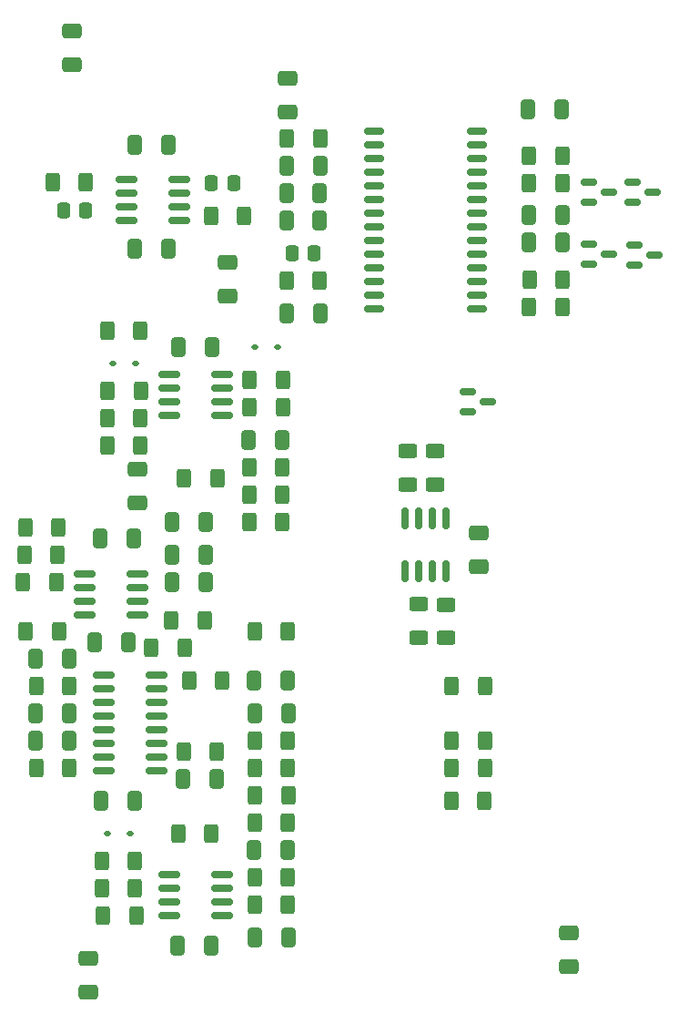
<source format=gtp>
G04 #@! TF.GenerationSoftware,KiCad,Pcbnew,7.0.5-7.0.5~ubuntu22.04.1*
G04 #@! TF.CreationDate,2023-06-28T11:52:20+02:00*
G04 #@! TF.ProjectId,AS3397_proto_SMS,41533333-3937-45f7-9072-6f746f5f534d,rev?*
G04 #@! TF.SameCoordinates,Original*
G04 #@! TF.FileFunction,Paste,Top*
G04 #@! TF.FilePolarity,Positive*
%FSLAX46Y46*%
G04 Gerber Fmt 4.6, Leading zero omitted, Abs format (unit mm)*
G04 Created by KiCad (PCBNEW 7.0.5-7.0.5~ubuntu22.04.1) date 2023-06-28 11:52:20*
%MOMM*%
%LPD*%
G01*
G04 APERTURE LIST*
G04 Aperture macros list*
%AMRoundRect*
0 Rectangle with rounded corners*
0 $1 Rounding radius*
0 $2 $3 $4 $5 $6 $7 $8 $9 X,Y pos of 4 corners*
0 Add a 4 corners polygon primitive as box body*
4,1,4,$2,$3,$4,$5,$6,$7,$8,$9,$2,$3,0*
0 Add four circle primitives for the rounded corners*
1,1,$1+$1,$2,$3*
1,1,$1+$1,$4,$5*
1,1,$1+$1,$6,$7*
1,1,$1+$1,$8,$9*
0 Add four rect primitives between the rounded corners*
20,1,$1+$1,$2,$3,$4,$5,0*
20,1,$1+$1,$4,$5,$6,$7,0*
20,1,$1+$1,$6,$7,$8,$9,0*
20,1,$1+$1,$8,$9,$2,$3,0*%
G04 Aperture macros list end*
%ADD10RoundRect,0.250000X-0.400000X-0.625000X0.400000X-0.625000X0.400000X0.625000X-0.400000X0.625000X0*%
%ADD11RoundRect,0.112500X0.187500X0.112500X-0.187500X0.112500X-0.187500X-0.112500X0.187500X-0.112500X0*%
%ADD12RoundRect,0.112500X-0.187500X-0.112500X0.187500X-0.112500X0.187500X0.112500X-0.187500X0.112500X0*%
%ADD13RoundRect,0.250000X-0.650000X0.412500X-0.650000X-0.412500X0.650000X-0.412500X0.650000X0.412500X0*%
%ADD14RoundRect,0.250000X0.650000X-0.412500X0.650000X0.412500X-0.650000X0.412500X-0.650000X-0.412500X0*%
%ADD15RoundRect,0.150000X-0.587500X-0.150000X0.587500X-0.150000X0.587500X0.150000X-0.587500X0.150000X0*%
%ADD16RoundRect,0.250000X0.412500X0.650000X-0.412500X0.650000X-0.412500X-0.650000X0.412500X-0.650000X0*%
%ADD17RoundRect,0.250000X-0.412500X-0.650000X0.412500X-0.650000X0.412500X0.650000X-0.412500X0.650000X0*%
%ADD18RoundRect,0.250000X0.400000X0.625000X-0.400000X0.625000X-0.400000X-0.625000X0.400000X-0.625000X0*%
%ADD19RoundRect,0.250000X0.337500X0.475000X-0.337500X0.475000X-0.337500X-0.475000X0.337500X-0.475000X0*%
%ADD20RoundRect,0.150000X0.825000X0.150000X-0.825000X0.150000X-0.825000X-0.150000X0.825000X-0.150000X0*%
%ADD21RoundRect,0.250000X-0.337500X-0.475000X0.337500X-0.475000X0.337500X0.475000X-0.337500X0.475000X0*%
%ADD22RoundRect,0.150000X0.750000X0.150000X-0.750000X0.150000X-0.750000X-0.150000X0.750000X-0.150000X0*%
%ADD23RoundRect,0.150000X-0.825000X-0.150000X0.825000X-0.150000X0.825000X0.150000X-0.825000X0.150000X0*%
%ADD24RoundRect,0.250000X0.625000X-0.400000X0.625000X0.400000X-0.625000X0.400000X-0.625000X-0.400000X0*%
%ADD25RoundRect,0.250000X-0.625000X0.400000X-0.625000X-0.400000X0.625000X-0.400000X0.625000X0.400000X0*%
%ADD26RoundRect,0.150000X-0.150000X0.825000X-0.150000X-0.825000X0.150000X-0.825000X0.150000X0.825000X0*%
G04 APERTURE END LIST*
D10*
X125450000Y-121920000D03*
X128550000Y-121920000D03*
D11*
X96082500Y-84328000D03*
X93982500Y-84328000D03*
D12*
X93474500Y-128016000D03*
X95574500Y-128016000D03*
X107190500Y-82804000D03*
X109290500Y-82804000D03*
D13*
X136398000Y-137226500D03*
X136398000Y-140351500D03*
X90170000Y-53428500D03*
X90170000Y-56553500D03*
D14*
X91694000Y-142764500D03*
X91694000Y-139639500D03*
D13*
X104648000Y-74913500D03*
X104648000Y-78038500D03*
D15*
X138253000Y-67437000D03*
X138253000Y-69337000D03*
X140128000Y-68387000D03*
D13*
X96266000Y-94107000D03*
X96266000Y-97232000D03*
D16*
X110313000Y-116840000D03*
X107188000Y-116840000D03*
D17*
X106603000Y-91440000D03*
X109728000Y-91440000D03*
D10*
X106680000Y-85852000D03*
X109780000Y-85852000D03*
D18*
X100636000Y-110744000D03*
X97536000Y-110744000D03*
X135765000Y-65024000D03*
X132665000Y-65024000D03*
X96012000Y-130556000D03*
X92912000Y-130556000D03*
X88705936Y-104648000D03*
X85605936Y-104648000D03*
X113259000Y-63373000D03*
X110159000Y-63373000D03*
X110236000Y-109220000D03*
X107136000Y-109220000D03*
D19*
X112699000Y-74041000D03*
X110624000Y-74041000D03*
D20*
X96244936Y-107696000D03*
X96244936Y-106426000D03*
X96244936Y-105156000D03*
X96244936Y-103886000D03*
X91294936Y-103886000D03*
X91294936Y-105156000D03*
X91294936Y-106426000D03*
X91294936Y-107696000D03*
D18*
X110236000Y-121920000D03*
X107136000Y-121920000D03*
X135796000Y-76492000D03*
X132696000Y-76492000D03*
X135771000Y-79032000D03*
X132671000Y-79032000D03*
D17*
X92233936Y-110236000D03*
X95358936Y-110236000D03*
D16*
X110313000Y-137668000D03*
X107188000Y-137668000D03*
D21*
X103124000Y-67564000D03*
X105199000Y-67564000D03*
D17*
X99999000Y-138430000D03*
X103124000Y-138430000D03*
D10*
X85800000Y-99568000D03*
X88900000Y-99568000D03*
D18*
X89916000Y-121920000D03*
X86816000Y-121920000D03*
X110236000Y-132080000D03*
X107136000Y-132080000D03*
D17*
X99422936Y-102108000D03*
X102547936Y-102108000D03*
D22*
X127814166Y-79248000D03*
X127814166Y-77978000D03*
X127814166Y-76708000D03*
X127814166Y-75438000D03*
X127814166Y-74168000D03*
X127814166Y-72898000D03*
X127814166Y-71628000D03*
X127814166Y-70358000D03*
X127814166Y-69088000D03*
X127814166Y-67818000D03*
X127814166Y-66548000D03*
X127814166Y-65278000D03*
X127814166Y-64008000D03*
X127814166Y-62738000D03*
X118214166Y-62738000D03*
X118214166Y-64008000D03*
X118214166Y-65278000D03*
X118214166Y-66548000D03*
X118214166Y-67818000D03*
X118214166Y-69088000D03*
X118214166Y-70358000D03*
X118214166Y-71628000D03*
X118214166Y-72898000D03*
X118214166Y-74168000D03*
X118214166Y-75438000D03*
X118214166Y-76708000D03*
X118214166Y-77978000D03*
X118214166Y-79248000D03*
D18*
X110236000Y-127000000D03*
X107136000Y-127000000D03*
D17*
X132665000Y-70485000D03*
X135790000Y-70485000D03*
D10*
X88321000Y-67437000D03*
X91421000Y-67437000D03*
D17*
X107111000Y-113792000D03*
X110236000Y-113792000D03*
D18*
X110288000Y-124460000D03*
X107188000Y-124460000D03*
D20*
X104140000Y-89154000D03*
X104140000Y-87884000D03*
X104140000Y-86614000D03*
X104140000Y-85344000D03*
X99190000Y-85344000D03*
X99190000Y-86614000D03*
X99190000Y-87884000D03*
X99190000Y-89154000D03*
D23*
X95182000Y-67183000D03*
X95182000Y-68453000D03*
X95182000Y-69723000D03*
X95182000Y-70993000D03*
X100132000Y-70993000D03*
X100132000Y-69723000D03*
X100132000Y-68453000D03*
X100132000Y-67183000D03*
D18*
X89916000Y-114300000D03*
X86816000Y-114300000D03*
D16*
X92887000Y-124968000D03*
X96012000Y-124968000D03*
X113284000Y-65913000D03*
X110159000Y-65913000D03*
D23*
X99190000Y-131826000D03*
X99190000Y-133096000D03*
X99190000Y-134366000D03*
X99190000Y-135636000D03*
X104140000Y-135636000D03*
X104140000Y-134366000D03*
X104140000Y-133096000D03*
X104140000Y-131826000D03*
D10*
X93420000Y-91948000D03*
X96520000Y-91948000D03*
D18*
X102470936Y-108204000D03*
X99370936Y-108204000D03*
D16*
X89916000Y-111760000D03*
X86791000Y-111760000D03*
D10*
X103072000Y-70612000D03*
X106172000Y-70612000D03*
D15*
X142474000Y-73284000D03*
X142474000Y-75184000D03*
X144349000Y-74234000D03*
D18*
X109728000Y-99060000D03*
X106628000Y-99060000D03*
D16*
X113284000Y-79629000D03*
X110159000Y-79629000D03*
X113207000Y-70993000D03*
X110082000Y-70993000D03*
X110236000Y-129540000D03*
X107111000Y-129540000D03*
D10*
X106628000Y-96520000D03*
X109728000Y-96520000D03*
D17*
X92780436Y-100584000D03*
X95905436Y-100584000D03*
D10*
X100532000Y-120396000D03*
X103632000Y-120396000D03*
D17*
X99422936Y-104648000D03*
X102547936Y-104648000D03*
D21*
X89365000Y-70104000D03*
X91440000Y-70104000D03*
D17*
X132588000Y-60706000D03*
X135713000Y-60706000D03*
D14*
X110236000Y-60960000D03*
X110236000Y-57835000D03*
D18*
X103684000Y-94996000D03*
X100584000Y-94996000D03*
X110236000Y-119380000D03*
X107136000Y-119380000D03*
D16*
X103632000Y-122936000D03*
X100507000Y-122936000D03*
D17*
X132665000Y-73025000D03*
X135790000Y-73025000D03*
D10*
X106628000Y-93980000D03*
X109728000Y-93980000D03*
D23*
X93094000Y-113284000D03*
X93094000Y-114554000D03*
X93094000Y-115824000D03*
X93094000Y-117094000D03*
X93094000Y-118364000D03*
X93094000Y-119634000D03*
X93094000Y-120904000D03*
X93094000Y-122174000D03*
X98044000Y-122174000D03*
X98044000Y-120904000D03*
X98044000Y-119634000D03*
X98044000Y-118364000D03*
X98044000Y-117094000D03*
X98044000Y-115824000D03*
X98044000Y-114554000D03*
X98044000Y-113284000D03*
D15*
X142317000Y-67437000D03*
X142317000Y-69337000D03*
X144192000Y-68387000D03*
D18*
X109780000Y-88392000D03*
X106680000Y-88392000D03*
X96539738Y-86868000D03*
X93439738Y-86868000D03*
D10*
X93420000Y-89408000D03*
X96520000Y-89408000D03*
D16*
X99137000Y-64008000D03*
X96012000Y-64008000D03*
D15*
X138253000Y-73218000D03*
X138253000Y-75118000D03*
X140128000Y-74168000D03*
D16*
X89916000Y-116840000D03*
X86791000Y-116840000D03*
D18*
X96012000Y-133096000D03*
X92912000Y-133096000D03*
D10*
X110107000Y-76581000D03*
X113207000Y-76581000D03*
D18*
X96142000Y-135636000D03*
X93042000Y-135636000D03*
X135765000Y-67564000D03*
X132665000Y-67564000D03*
X88806936Y-102108000D03*
X85706936Y-102108000D03*
D17*
X96012000Y-73660000D03*
X99137000Y-73660000D03*
D18*
X96520000Y-81280000D03*
X93420000Y-81280000D03*
D16*
X89916000Y-119380000D03*
X86791000Y-119380000D03*
D10*
X101040000Y-113792000D03*
X104140000Y-113792000D03*
X100024000Y-128016000D03*
X103124000Y-128016000D03*
D17*
X99422936Y-99060000D03*
X102547936Y-99060000D03*
X110082000Y-68453000D03*
X113207000Y-68453000D03*
D18*
X110236000Y-134620000D03*
X107136000Y-134620000D03*
D16*
X103201000Y-82804000D03*
X100076000Y-82804000D03*
D10*
X85852000Y-109220000D03*
X88952000Y-109220000D03*
D24*
X122428000Y-109780000D03*
X122428000Y-106680000D03*
D10*
X125450000Y-119380000D03*
X128550000Y-119380000D03*
D25*
X124968000Y-106732000D03*
X124968000Y-109832000D03*
X121412000Y-92456000D03*
X121412000Y-95556000D03*
D24*
X123952000Y-95556000D03*
X123952000Y-92456000D03*
D26*
X124968000Y-98669000D03*
X123698000Y-98669000D03*
X122428000Y-98669000D03*
X121158000Y-98669000D03*
X121158000Y-103619000D03*
X122428000Y-103619000D03*
X123698000Y-103619000D03*
X124968000Y-103619000D03*
D15*
X127000000Y-86934000D03*
X127000000Y-88834000D03*
X128875000Y-87884000D03*
D18*
X128524000Y-124968000D03*
X125424000Y-124968000D03*
D14*
X128016000Y-103176000D03*
X128016000Y-100051000D03*
D18*
X128550000Y-114300000D03*
X125450000Y-114300000D03*
M02*

</source>
